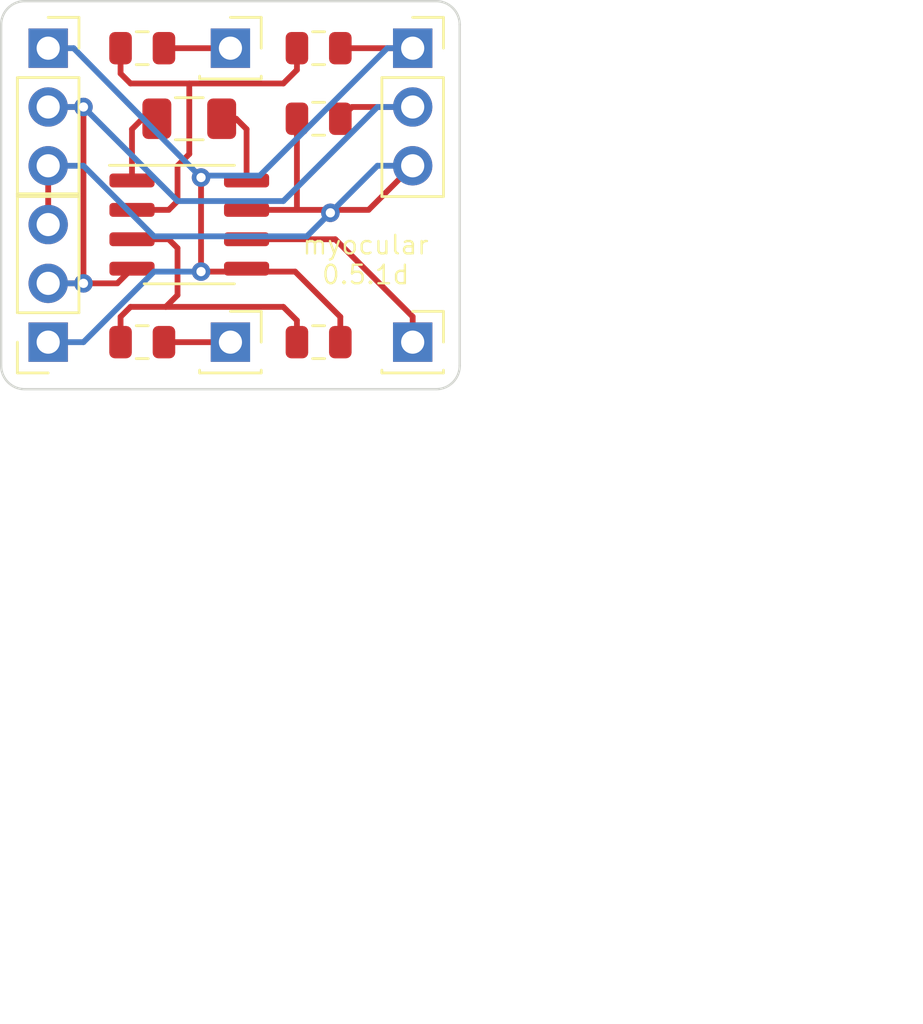
<source format=kicad_pcb>
(kicad_pcb (version 20171130) (host pcbnew 5.1.5+dfsg1-2build2)

  (general
    (thickness 1.6)
    (drawings 9)
    (tracks 79)
    (zones 0)
    (modules 14)
    (nets 1)
  )

  (page A4)
  (layers
    (0 F.Cu signal)
    (31 B.Cu signal)
    (33 F.Adhes user)
    (35 F.Paste user)
    (37 F.SilkS user)
    (38 B.Mask user)
    (39 F.Mask user)
    (40 Dwgs.User user)
    (41 Cmts.User user)
    (42 Eco1.User user)
    (43 Eco2.User user)
    (44 Edge.Cuts user)
    (45 Margin user)
    (46 B.CrtYd user)
    (47 F.CrtYd user)
    (49 F.Fab user)
  )

  (setup
    (last_trace_width 0.25)
    (trace_clearance 0.2)
    (zone_clearance 0.508)
    (zone_45_only no)
    (trace_min 0.2)
    (via_size 0.8)
    (via_drill 0.4)
    (via_min_size 0.4)
    (via_min_drill 0.3)
    (uvia_size 0.3)
    (uvia_drill 0.1)
    (uvias_allowed no)
    (uvia_min_size 0.2)
    (uvia_min_drill 0.1)
    (edge_width 0.1)
    (segment_width 0.2)
    (pcb_text_width 0.3)
    (pcb_text_size 1.5 1.5)
    (mod_edge_width 0.15)
    (mod_text_size 1 1)
    (mod_text_width 0.15)
    (pad_size 1.524 1.524)
    (pad_drill 0.762)
    (pad_to_mask_clearance 0)
    (aux_axis_origin 0 0)
    (visible_elements FFFFEF7F)
    (pcbplotparams
      (layerselection 0x010e8_ffffffff)
      (usegerberextensions true)
      (usegerberattributes true)
      (usegerberadvancedattributes false)
      (creategerberjobfile false)
      (excludeedgelayer true)
      (linewidth 0.100000)
      (plotframeref false)
      (viasonmask false)
      (mode 1)
      (useauxorigin false)
      (hpglpennumber 1)
      (hpglpenspeed 20)
      (hpglpendiameter 15.000000)
      (psnegative false)
      (psa4output false)
      (plotreference true)
      (plotvalue true)
      (plotinvisibletext false)
      (padsonsilk false)
      (subtractmaskfromsilk true)
      (outputformat 1)
      (mirror false)
      (drillshape 0)
      (scaleselection 1)
      (outputdirectory "jlc2"))
  )

  (net 0 "")

  (net_class Default "This is the default net class."
    (clearance 0.2)
    (trace_width 0.25)
    (via_dia 0.8)
    (via_drill 0.4)
    (uvia_dia 0.3)
    (uvia_drill 0.1)
  )

  (module Connector_PinSocket_2.54mm:PinSocket_1x03_P2.54mm_Vertical (layer F.Cu) (tedit 5A19A429) (tstamp 608D2A30)
    (at 20.828 33.02 180)
    (descr "Through hole straight socket strip, 1x03, 2.54mm pitch, single row (from Kicad 4.0.7), script generated")
    (tags "Through hole socket strip THT 1x03 2.54mm single row")
    (fp_text reference REF** (at 0 -2.77) (layer F.SilkS) hide
      (effects (font (size 1 1) (thickness 0.15)))
    )
    (fp_text value PinSocket_1x03_P2.54mm_Vertical (at 0 7.85) (layer F.Fab) hide
      (effects (font (size 1 1) (thickness 0.15)))
    )
    (fp_line (start -1.27 -1.27) (end 0.635 -1.27) (layer F.Fab) (width 0.1))
    (fp_line (start 0.635 -1.27) (end 1.27 -0.635) (layer F.Fab) (width 0.1))
    (fp_line (start 1.27 -0.635) (end 1.27 6.35) (layer F.Fab) (width 0.1))
    (fp_line (start 1.27 6.35) (end -1.27 6.35) (layer F.Fab) (width 0.1))
    (fp_line (start -1.27 6.35) (end -1.27 -1.27) (layer F.Fab) (width 0.1))
    (fp_line (start -1.33 1.27) (end 1.33 1.27) (layer F.SilkS) (width 0.12))
    (fp_line (start -1.33 1.27) (end -1.33 6.41) (layer F.SilkS) (width 0.12))
    (fp_line (start -1.33 6.41) (end 1.33 6.41) (layer F.SilkS) (width 0.12))
    (fp_line (start 1.33 1.27) (end 1.33 6.41) (layer F.SilkS) (width 0.12))
    (fp_line (start 1.33 -1.33) (end 1.33 0) (layer F.SilkS) (width 0.12))
    (fp_line (start 0 -1.33) (end 1.33 -1.33) (layer F.SilkS) (width 0.12))
    (fp_line (start -1.8 -1.8) (end 1.75 -1.8) (layer F.CrtYd) (width 0.05))
    (fp_line (start 1.75 -1.8) (end 1.75 6.85) (layer F.CrtYd) (width 0.05))
    (fp_line (start 1.75 6.85) (end -1.8 6.85) (layer F.CrtYd) (width 0.05))
    (fp_line (start -1.8 6.85) (end -1.8 -1.8) (layer F.CrtYd) (width 0.05))
    (fp_text user %R (at 0 2.54 90) (layer F.Fab) hide
      (effects (font (size 1 1) (thickness 0.15)))
    )
    (pad 1 thru_hole rect (at 0 0 180) (size 1.7 1.7) (drill 1) (layers *.Cu *.Mask))
    (pad 2 thru_hole oval (at 0 2.54 180) (size 1.7 1.7) (drill 1) (layers *.Cu *.Mask))
    (pad 3 thru_hole oval (at 0 5.08 180) (size 1.7 1.7) (drill 1) (layers *.Cu *.Mask))
    (model ${KISYS3DMOD}/Connector_PinSocket_2.54mm.3dshapes/PinSocket_1x03_P2.54mm_Vertical.wrl
      (at (xyz 0 0 0))
      (scale (xyz 1 1 1))
      (rotate (xyz 0 0 0))
    )
  )

  (module Connector_PinSocket_2.54mm:PinSocket_1x03_P2.54mm_Vertical (layer F.Cu) (tedit 5A19A429) (tstamp 608D2A30)
    (at 20.828 20.32)
    (descr "Through hole straight socket strip, 1x03, 2.54mm pitch, single row (from Kicad 4.0.7), script generated")
    (tags "Through hole socket strip THT 1x03 2.54mm single row")
    (fp_text reference REF** (at 0 -2.77) (layer F.SilkS) hide
      (effects (font (size 1 1) (thickness 0.15)))
    )
    (fp_text value PinSocket_1x03_P2.54mm_Vertical (at 0 7.85) (layer F.Fab) hide
      (effects (font (size 1 1) (thickness 0.15)))
    )
    (fp_line (start -1.27 -1.27) (end 0.635 -1.27) (layer F.Fab) (width 0.1))
    (fp_line (start 0.635 -1.27) (end 1.27 -0.635) (layer F.Fab) (width 0.1))
    (fp_line (start 1.27 -0.635) (end 1.27 6.35) (layer F.Fab) (width 0.1))
    (fp_line (start 1.27 6.35) (end -1.27 6.35) (layer F.Fab) (width 0.1))
    (fp_line (start -1.27 6.35) (end -1.27 -1.27) (layer F.Fab) (width 0.1))
    (fp_line (start -1.33 1.27) (end 1.33 1.27) (layer F.SilkS) (width 0.12))
    (fp_line (start -1.33 1.27) (end -1.33 6.41) (layer F.SilkS) (width 0.12))
    (fp_line (start -1.33 6.41) (end 1.33 6.41) (layer F.SilkS) (width 0.12))
    (fp_line (start 1.33 1.27) (end 1.33 6.41) (layer F.SilkS) (width 0.12))
    (fp_line (start 1.33 -1.33) (end 1.33 0) (layer F.SilkS) (width 0.12))
    (fp_line (start 0 -1.33) (end 1.33 -1.33) (layer F.SilkS) (width 0.12))
    (fp_line (start -1.8 -1.8) (end 1.75 -1.8) (layer F.CrtYd) (width 0.05))
    (fp_line (start 1.75 -1.8) (end 1.75 6.85) (layer F.CrtYd) (width 0.05))
    (fp_line (start 1.75 6.85) (end -1.8 6.85) (layer F.CrtYd) (width 0.05))
    (fp_line (start -1.8 6.85) (end -1.8 -1.8) (layer F.CrtYd) (width 0.05))
    (fp_text user %R (at 0 2.54 90) (layer F.Fab) hide
      (effects (font (size 1 1) (thickness 0.15)))
    )
    (pad 1 thru_hole rect (at 0 0) (size 1.7 1.7) (drill 1) (layers *.Cu *.Mask))
    (pad 2 thru_hole oval (at 0 2.54) (size 1.7 1.7) (drill 1) (layers *.Cu *.Mask))
    (pad 3 thru_hole oval (at 0 5.08) (size 1.7 1.7) (drill 1) (layers *.Cu *.Mask))
    (model ${KISYS3DMOD}/Connector_PinSocket_2.54mm.3dshapes/PinSocket_1x03_P2.54mm_Vertical.wrl
      (at (xyz 0 0 0))
      (scale (xyz 1 1 1))
      (rotate (xyz 0 0 0))
    )
  )

  (module Connector_PinSocket_2.54mm:PinSocket_1x01_P2.54mm_Vertical (layer F.Cu) (tedit 5A19A434) (tstamp 608D1849)
    (at 28.702 33.02)
    (descr "Through hole straight socket strip, 1x01, 2.54mm pitch, single row (from Kicad 4.0.7), script generated")
    (tags "Through hole socket strip THT 1x01 2.54mm single row")
    (fp_text reference REF** (at 0 -2.77) (layer F.SilkS) hide
      (effects (font (size 1 1) (thickness 0.15)))
    )
    (fp_text value PinSocket_1x01_P2.54mm_Vertical (at 0 2.77) (layer F.Fab) hide
      (effects (font (size 1 1) (thickness 0.15)))
    )
    (fp_text user %R (at 0 0) (layer F.Fab) hide
      (effects (font (size 1 1) (thickness 0.15)))
    )
    (fp_line (start -1.8 1.75) (end -1.8 -1.8) (layer F.CrtYd) (width 0.05))
    (fp_line (start 1.75 1.75) (end -1.8 1.75) (layer F.CrtYd) (width 0.05))
    (fp_line (start 1.75 -1.8) (end 1.75 1.75) (layer F.CrtYd) (width 0.05))
    (fp_line (start -1.8 -1.8) (end 1.75 -1.8) (layer F.CrtYd) (width 0.05))
    (fp_line (start 0 -1.33) (end 1.33 -1.33) (layer F.SilkS) (width 0.12))
    (fp_line (start 1.33 -1.33) (end 1.33 0) (layer F.SilkS) (width 0.12))
    (fp_line (start 1.33 1.21) (end 1.33 1.33) (layer F.SilkS) (width 0.12))
    (fp_line (start -1.33 1.21) (end -1.33 1.33) (layer F.SilkS) (width 0.12))
    (fp_line (start -1.33 1.33) (end 1.33 1.33) (layer F.SilkS) (width 0.12))
    (fp_line (start -1.27 1.27) (end -1.27 -1.27) (layer F.Fab) (width 0.1))
    (fp_line (start 1.27 1.27) (end -1.27 1.27) (layer F.Fab) (width 0.1))
    (fp_line (start 1.27 -0.635) (end 1.27 1.27) (layer F.Fab) (width 0.1))
    (fp_line (start 0.635 -1.27) (end 1.27 -0.635) (layer F.Fab) (width 0.1))
    (fp_line (start -1.27 -1.27) (end 0.635 -1.27) (layer F.Fab) (width 0.1))
    (pad 1 thru_hole rect (at 0 0) (size 1.7 1.7) (drill 1) (layers *.Cu *.Mask))
    (model ${KISYS3DMOD}/Connector_PinSocket_2.54mm.3dshapes/PinSocket_1x01_P2.54mm_Vertical.wrl
      (at (xyz 0 0 0))
      (scale (xyz 1 1 1))
      (rotate (xyz 0 0 0))
    )
  )

  (module Package_SO:SOIC-8_3.9x4.9mm_P1.27mm (layer F.Cu) (tedit 5D9F72B1) (tstamp 608D181A)
    (at 26.924 27.94)
    (descr "SOIC, 8 Pin (JEDEC MS-012AA, https://www.analog.com/media/en/package-pcb-resources/package/pkg_pdf/soic_narrow-r/r_8.pdf), generated with kicad-footprint-generator ipc_gullwing_generator.py")
    (tags "SOIC SO")
    (attr smd)
    (fp_text reference REF** (at 0 -3.4) (layer F.SilkS) hide
      (effects (font (size 1 1) (thickness 0.15)))
    )
    (fp_text value SOIC-8_3.9x4.9mm_P1.27mm (at 0 3.4) (layer F.Fab) hide
      (effects (font (size 1 1) (thickness 0.15)))
    )
    (fp_line (start 0 2.56) (end 1.95 2.56) (layer F.SilkS) (width 0.12))
    (fp_line (start 0 2.56) (end -1.95 2.56) (layer F.SilkS) (width 0.12))
    (fp_line (start 0 -2.56) (end 1.95 -2.56) (layer F.SilkS) (width 0.12))
    (fp_line (start 0 -2.56) (end -3.45 -2.56) (layer F.SilkS) (width 0.12))
    (fp_line (start -0.975 -2.45) (end 1.95 -2.45) (layer F.Fab) (width 0.1))
    (fp_line (start 1.95 -2.45) (end 1.95 2.45) (layer F.Fab) (width 0.1))
    (fp_line (start 1.95 2.45) (end -1.95 2.45) (layer F.Fab) (width 0.1))
    (fp_line (start -1.95 2.45) (end -1.95 -1.475) (layer F.Fab) (width 0.1))
    (fp_line (start -1.95 -1.475) (end -0.975 -2.45) (layer F.Fab) (width 0.1))
    (fp_line (start -3.7 -2.7) (end -3.7 2.7) (layer F.CrtYd) (width 0.05))
    (fp_line (start -3.7 2.7) (end 3.7 2.7) (layer F.CrtYd) (width 0.05))
    (fp_line (start 3.7 2.7) (end 3.7 -2.7) (layer F.CrtYd) (width 0.05))
    (fp_line (start 3.7 -2.7) (end -3.7 -2.7) (layer F.CrtYd) (width 0.05))
    (fp_text user INA (at 0 0) (layer F.Fab)
      (effects (font (size 0.98 0.98) (thickness 0.15)))
    )
    (pad 1 smd roundrect (at -2.475 -1.905) (size 1.95 0.6) (layers F.Cu F.Paste F.Mask) (roundrect_rratio 0.25))
    (pad 2 smd roundrect (at -2.475 -0.635) (size 1.95 0.6) (layers F.Cu F.Paste F.Mask) (roundrect_rratio 0.25))
    (pad 3 smd roundrect (at -2.475 0.635) (size 1.95 0.6) (layers F.Cu F.Paste F.Mask) (roundrect_rratio 0.25))
    (pad 4 smd roundrect (at -2.475 1.905) (size 1.95 0.6) (layers F.Cu F.Paste F.Mask) (roundrect_rratio 0.25))
    (pad 5 smd roundrect (at 2.475 1.905) (size 1.95 0.6) (layers F.Cu F.Paste F.Mask) (roundrect_rratio 0.25))
    (pad 6 smd roundrect (at 2.475 0.635) (size 1.95 0.6) (layers F.Cu F.Paste F.Mask) (roundrect_rratio 0.25))
    (pad 7 smd roundrect (at 2.475 -0.635) (size 1.95 0.6) (layers F.Cu F.Paste F.Mask) (roundrect_rratio 0.25))
    (pad 8 smd roundrect (at 2.475 -1.905) (size 1.95 0.6) (layers F.Cu F.Paste F.Mask) (roundrect_rratio 0.25))
    (model ${KISYS3DMOD}/Package_SO.3dshapes/SOIC-8_3.9x4.9mm_P1.27mm.wrl
      (at (xyz 0 0 0))
      (scale (xyz 1 1 1))
      (rotate (xyz 0 0 0))
    )
  )

  (module Connector_PinSocket_2.54mm:PinSocket_1x01_P2.54mm_Vertical (layer F.Cu) (tedit 5A19A434) (tstamp 608D1836)
    (at 28.702 20.32)
    (descr "Through hole straight socket strip, 1x01, 2.54mm pitch, single row (from Kicad 4.0.7), script generated")
    (tags "Through hole socket strip THT 1x01 2.54mm single row")
    (fp_text reference REF** (at 0 -2.77) (layer F.SilkS) hide
      (effects (font (size 1 1) (thickness 0.15)))
    )
    (fp_text value PinSocket_1x01_P2.54mm_Vertical (at 0 2.77) (layer F.Fab) hide
      (effects (font (size 1 1) (thickness 0.15)))
    )
    (fp_line (start -1.27 -1.27) (end 0.635 -1.27) (layer F.Fab) (width 0.1))
    (fp_line (start 0.635 -1.27) (end 1.27 -0.635) (layer F.Fab) (width 0.1))
    (fp_line (start 1.27 -0.635) (end 1.27 1.27) (layer F.Fab) (width 0.1))
    (fp_line (start 1.27 1.27) (end -1.27 1.27) (layer F.Fab) (width 0.1))
    (fp_line (start -1.27 1.27) (end -1.27 -1.27) (layer F.Fab) (width 0.1))
    (fp_line (start -1.33 1.33) (end 1.33 1.33) (layer F.SilkS) (width 0.12))
    (fp_line (start -1.33 1.21) (end -1.33 1.33) (layer F.SilkS) (width 0.12))
    (fp_line (start 1.33 1.21) (end 1.33 1.33) (layer F.SilkS) (width 0.12))
    (fp_line (start 1.33 -1.33) (end 1.33 0) (layer F.SilkS) (width 0.12))
    (fp_line (start 0 -1.33) (end 1.33 -1.33) (layer F.SilkS) (width 0.12))
    (fp_line (start -1.8 -1.8) (end 1.75 -1.8) (layer F.CrtYd) (width 0.05))
    (fp_line (start 1.75 -1.8) (end 1.75 1.75) (layer F.CrtYd) (width 0.05))
    (fp_line (start 1.75 1.75) (end -1.8 1.75) (layer F.CrtYd) (width 0.05))
    (fp_line (start -1.8 1.75) (end -1.8 -1.8) (layer F.CrtYd) (width 0.05))
    (fp_text user %R (at 0 0) (layer F.Fab) hide
      (effects (font (size 1 1) (thickness 0.15)))
    )
    (pad 1 thru_hole rect (at 0 0) (size 1.7 1.7) (drill 1) (layers *.Cu *.Mask))
    (model ${KISYS3DMOD}/Connector_PinSocket_2.54mm.3dshapes/PinSocket_1x01_P2.54mm_Vertical.wrl
      (at (xyz 0 0 0))
      (scale (xyz 1 1 1))
      (rotate (xyz 0 0 0))
    )
  )

  (module Connector_PinSocket_2.54mm:PinSocket_1x03_P2.54mm_Vertical (layer F.Cu) (tedit 5A19A429) (tstamp 608D4F46)
    (at 36.576 20.32)
    (descr "Through hole straight socket strip, 1x03, 2.54mm pitch, single row (from Kicad 4.0.7), script generated")
    (tags "Through hole socket strip THT 1x03 2.54mm single row")
    (fp_text reference REF** (at 0 -2.77) (layer F.SilkS) hide
      (effects (font (size 1 1) (thickness 0.15)))
    )
    (fp_text value PinSocket_1x03_P2.54mm_Vertical (at 0 7.85) (layer F.Fab) hide
      (effects (font (size 1 1) (thickness 0.15)))
    )
    (fp_text user %R (at 0 2.54 90) (layer F.Fab) hide
      (effects (font (size 1 1) (thickness 0.15)))
    )
    (fp_line (start -1.8 6.85) (end -1.8 -1.8) (layer F.CrtYd) (width 0.05))
    (fp_line (start 1.75 6.85) (end -1.8 6.85) (layer F.CrtYd) (width 0.05))
    (fp_line (start 1.75 -1.8) (end 1.75 6.85) (layer F.CrtYd) (width 0.05))
    (fp_line (start -1.8 -1.8) (end 1.75 -1.8) (layer F.CrtYd) (width 0.05))
    (fp_line (start 0 -1.33) (end 1.33 -1.33) (layer F.SilkS) (width 0.12))
    (fp_line (start 1.33 -1.33) (end 1.33 0) (layer F.SilkS) (width 0.12))
    (fp_line (start 1.33 1.27) (end 1.33 6.41) (layer F.SilkS) (width 0.12))
    (fp_line (start -1.33 6.41) (end 1.33 6.41) (layer F.SilkS) (width 0.12))
    (fp_line (start -1.33 1.27) (end -1.33 6.41) (layer F.SilkS) (width 0.12))
    (fp_line (start -1.33 1.27) (end 1.33 1.27) (layer F.SilkS) (width 0.12))
    (fp_line (start -1.27 6.35) (end -1.27 -1.27) (layer F.Fab) (width 0.1))
    (fp_line (start 1.27 6.35) (end -1.27 6.35) (layer F.Fab) (width 0.1))
    (fp_line (start 1.27 -0.635) (end 1.27 6.35) (layer F.Fab) (width 0.1))
    (fp_line (start 0.635 -1.27) (end 1.27 -0.635) (layer F.Fab) (width 0.1))
    (fp_line (start -1.27 -1.27) (end 0.635 -1.27) (layer F.Fab) (width 0.1))
    (pad 3 thru_hole oval (at 0 5.08) (size 1.7 1.7) (drill 1) (layers *.Cu *.Mask))
    (pad 2 thru_hole oval (at 0 2.54) (size 1.7 1.7) (drill 1) (layers *.Cu *.Mask))
    (pad 1 thru_hole rect (at 0 0) (size 1.7 1.7) (drill 1) (layers *.Cu *.Mask))
    (model ${KISYS3DMOD}/Connector_PinSocket_2.54mm.3dshapes/PinSocket_1x03_P2.54mm_Vertical.wrl
      (at (xyz 0 0 0))
      (scale (xyz 1 1 1))
      (rotate (xyz 0 0 0))
    )
  )

  (module Connector_PinSocket_2.54mm:PinSocket_1x01_P2.54mm_Vertical (layer F.Cu) (tedit 5A19A434) (tstamp 608D41A2)
    (at 36.576 33.02)
    (descr "Through hole straight socket strip, 1x01, 2.54mm pitch, single row (from Kicad 4.0.7), script generated")
    (tags "Through hole socket strip THT 1x01 2.54mm single row")
    (fp_text reference REF** (at 0 -2.77) (layer F.SilkS) hide
      (effects (font (size 1 1) (thickness 0.15)))
    )
    (fp_text value PinSocket_1x01_P2.54mm_Vertical (at 0 2.77) (layer F.Fab) hide
      (effects (font (size 1 1) (thickness 0.15)))
    )
    (fp_line (start -1.27 -1.27) (end 0.635 -1.27) (layer F.Fab) (width 0.1))
    (fp_line (start 0.635 -1.27) (end 1.27 -0.635) (layer F.Fab) (width 0.1))
    (fp_line (start 1.27 -0.635) (end 1.27 1.27) (layer F.Fab) (width 0.1))
    (fp_line (start 1.27 1.27) (end -1.27 1.27) (layer F.Fab) (width 0.1))
    (fp_line (start -1.27 1.27) (end -1.27 -1.27) (layer F.Fab) (width 0.1))
    (fp_line (start -1.33 1.33) (end 1.33 1.33) (layer F.SilkS) (width 0.12))
    (fp_line (start -1.33 1.21) (end -1.33 1.33) (layer F.SilkS) (width 0.12))
    (fp_line (start 1.33 1.21) (end 1.33 1.33) (layer F.SilkS) (width 0.12))
    (fp_line (start 1.33 -1.33) (end 1.33 0) (layer F.SilkS) (width 0.12))
    (fp_line (start 0 -1.33) (end 1.33 -1.33) (layer F.SilkS) (width 0.12))
    (fp_line (start -1.8 -1.8) (end 1.75 -1.8) (layer F.CrtYd) (width 0.05))
    (fp_line (start 1.75 -1.8) (end 1.75 1.75) (layer F.CrtYd) (width 0.05))
    (fp_line (start 1.75 1.75) (end -1.8 1.75) (layer F.CrtYd) (width 0.05))
    (fp_line (start -1.8 1.75) (end -1.8 -1.8) (layer F.CrtYd) (width 0.05))
    (fp_text user O (at 0 0) (layer F.Fab) hide
      (effects (font (size 1 1) (thickness 0.15)))
    )
    (pad 1 thru_hole rect (at 0 0) (size 1.7 1.7) (drill 1) (layers *.Cu *.Mask))
    (model ${KISYS3DMOD}/Connector_PinSocket_2.54mm.3dshapes/PinSocket_1x01_P2.54mm_Vertical.wrl
      (at (xyz 0 0 0))
      (scale (xyz 1 1 1))
      (rotate (xyz 0 0 0))
    )
  )

  (module Resistor_SMD:R_0805_2012Metric (layer F.Cu) (tedit 5B36C52B) (tstamp 608D18EA)
    (at 32.512 33.02)
    (descr "Resistor SMD 0805 (2012 Metric), square (rectangular) end terminal, IPC_7351 nominal, (Body size source: https://docs.google.com/spreadsheets/d/1BsfQQcO9C6DZCsRaXUlFlo91Tg2WpOkGARC1WS5S8t0/edit?usp=sharing), generated with kicad-footprint-generator")
    (tags resistor)
    (attr smd)
    (fp_text reference R1 (at 0 -1.65) (layer F.SilkS) hide
      (effects (font (size 1 1) (thickness 0.15)))
    )
    (fp_text value R_0805_2012Metric (at 0 1.65) (layer F.Fab) hide
      (effects (font (size 1 1) (thickness 0.15)))
    )
    (fp_line (start -1 0.6) (end -1 -0.6) (layer F.Fab) (width 0.1))
    (fp_line (start -1 -0.6) (end 1 -0.6) (layer F.Fab) (width 0.1))
    (fp_line (start 1 -0.6) (end 1 0.6) (layer F.Fab) (width 0.1))
    (fp_line (start 1 0.6) (end -1 0.6) (layer F.Fab) (width 0.1))
    (fp_line (start -0.258578 -0.71) (end 0.258578 -0.71) (layer F.SilkS) (width 0.12))
    (fp_line (start -0.258578 0.71) (end 0.258578 0.71) (layer F.SilkS) (width 0.12))
    (fp_line (start -1.68 0.95) (end -1.68 -0.95) (layer F.CrtYd) (width 0.05))
    (fp_line (start -1.68 -0.95) (end 1.68 -0.95) (layer F.CrtYd) (width 0.05))
    (fp_line (start 1.68 -0.95) (end 1.68 0.95) (layer F.CrtYd) (width 0.05))
    (fp_line (start 1.68 0.95) (end -1.68 0.95) (layer F.CrtYd) (width 0.05))
    (fp_text user R2 (at 0 0) (layer F.Fab)
      (effects (font (size 0.5 0.5) (thickness 0.08)))
    )
    (pad 1 smd roundrect (at -0.9375 0) (size 0.975 1.4) (layers F.Cu F.Paste F.Mask) (roundrect_rratio 0.25))
    (pad 2 smd roundrect (at 0.9375 0) (size 0.975 1.4) (layers F.Cu F.Paste F.Mask) (roundrect_rratio 0.25))
    (model ${KISYS3DMOD}/Resistor_SMD.3dshapes/R_0805_2012Metric.wrl
      (at (xyz 0 0 0))
      (scale (xyz 1 1 1))
      (rotate (xyz 0 0 0))
    )
  )

  (module Resistor_SMD:R_0805_2012Metric (layer F.Cu) (tedit 5B36C52B) (tstamp 608D1862)
    (at 32.512 20.32)
    (descr "Resistor SMD 0805 (2012 Metric), square (rectangular) end terminal, IPC_7351 nominal, (Body size source: https://docs.google.com/spreadsheets/d/1BsfQQcO9C6DZCsRaXUlFlo91Tg2WpOkGARC1WS5S8t0/edit?usp=sharing), generated with kicad-footprint-generator")
    (tags resistor)
    (attr smd)
    (fp_text reference REF** (at 0 -1.65) (layer F.SilkS) hide
      (effects (font (size 1 1) (thickness 0.15)))
    )
    (fp_text value R_0805_2012Metric (at 0 1.65) (layer F.Fab) hide
      (effects (font (size 1 1) (thickness 0.15)))
    )
    (fp_line (start -1 0.6) (end -1 -0.6) (layer F.Fab) (width 0.1))
    (fp_line (start -1 -0.6) (end 1 -0.6) (layer F.Fab) (width 0.1))
    (fp_line (start 1 -0.6) (end 1 0.6) (layer F.Fab) (width 0.1))
    (fp_line (start 1 0.6) (end -1 0.6) (layer F.Fab) (width 0.1))
    (fp_line (start -0.258578 -0.71) (end 0.258578 -0.71) (layer F.SilkS) (width 0.12))
    (fp_line (start -0.258578 0.71) (end 0.258578 0.71) (layer F.SilkS) (width 0.12))
    (fp_line (start -1.68 0.95) (end -1.68 -0.95) (layer F.CrtYd) (width 0.05))
    (fp_line (start -1.68 -0.95) (end 1.68 -0.95) (layer F.CrtYd) (width 0.05))
    (fp_line (start 1.68 -0.95) (end 1.68 0.95) (layer F.CrtYd) (width 0.05))
    (fp_line (start 1.68 0.95) (end -1.68 0.95) (layer F.CrtYd) (width 0.05))
    (fp_text user R1 (at 0 0) (layer F.Fab)
      (effects (font (size 0.5 0.5) (thickness 0.08)))
    )
    (pad 1 smd roundrect (at -0.9375 0) (size 0.975 1.4) (layers F.Cu F.Paste F.Mask) (roundrect_rratio 0.25))
    (pad 2 smd roundrect (at 0.9375 0) (size 0.975 1.4) (layers F.Cu F.Paste F.Mask) (roundrect_rratio 0.25))
    (model ${KISYS3DMOD}/Resistor_SMD.3dshapes/R_0805_2012Metric.wrl
      (at (xyz 0 0 0))
      (scale (xyz 1 1 1))
      (rotate (xyz 0 0 0))
    )
  )

  (module Resistor_SMD:R_1206_3216Metric (layer F.Cu) (tedit 5B301BBD) (tstamp 608D1927)
    (at 26.924 23.368)
    (descr "Resistor SMD 1206 (3216 Metric), square (rectangular) end terminal, IPC_7351 nominal, (Body size source: http://www.tortai-tech.com/upload/download/2011102023233369053.pdf), generated with kicad-footprint-generator")
    (tags resistor)
    (attr smd)
    (fp_text reference REF** (at 0 -1.82) (layer F.SilkS) hide
      (effects (font (size 1 1) (thickness 0.15)))
    )
    (fp_text value R_1206_3216Metric (at 0 1.82) (layer F.Fab) hide
      (effects (font (size 1 1) (thickness 0.15)))
    )
    (fp_line (start -1.6 0.8) (end -1.6 -0.8) (layer F.Fab) (width 0.1))
    (fp_line (start -1.6 -0.8) (end 1.6 -0.8) (layer F.Fab) (width 0.1))
    (fp_line (start 1.6 -0.8) (end 1.6 0.8) (layer F.Fab) (width 0.1))
    (fp_line (start 1.6 0.8) (end -1.6 0.8) (layer F.Fab) (width 0.1))
    (fp_line (start -0.602064 -0.91) (end 0.602064 -0.91) (layer F.SilkS) (width 0.12))
    (fp_line (start -0.602064 0.91) (end 0.602064 0.91) (layer F.SilkS) (width 0.12))
    (fp_line (start -2.28 1.12) (end -2.28 -1.12) (layer F.CrtYd) (width 0.05))
    (fp_line (start -2.28 -1.12) (end 2.28 -1.12) (layer F.CrtYd) (width 0.05))
    (fp_line (start 2.28 -1.12) (end 2.28 1.12) (layer F.CrtYd) (width 0.05))
    (fp_line (start 2.28 1.12) (end -2.28 1.12) (layer F.CrtYd) (width 0.05))
    (fp_text user R3 (at 0 0) (layer F.Fab)
      (effects (font (size 0.8 0.8) (thickness 0.12)))
    )
    (pad 1 smd roundrect (at -1.4 0) (size 1.25 1.75) (layers F.Cu F.Paste F.Mask) (roundrect_rratio 0.2))
    (pad 2 smd roundrect (at 1.4 0) (size 1.25 1.75) (layers F.Cu F.Paste F.Mask) (roundrect_rratio 0.2))
    (model ${KISYS3DMOD}/Resistor_SMD.3dshapes/R_1206_3216Metric.wrl
      (at (xyz 0 0 0))
      (scale (xyz 1 1 1))
      (rotate (xyz 0 0 0))
    )
  )

  (module Capacitor_SMD:C_0805_2012Metric (layer F.Cu) (tedit 5B36C52B) (tstamp 608D18FA)
    (at 24.892 33.02)
    (descr "Capacitor SMD 0805 (2012 Metric), square (rectangular) end terminal, IPC_7351 nominal, (Body size source: https://docs.google.com/spreadsheets/d/1BsfQQcO9C6DZCsRaXUlFlo91Tg2WpOkGARC1WS5S8t0/edit?usp=sharing), generated with kicad-footprint-generator")
    (tags capacitor)
    (attr smd)
    (fp_text reference REF** (at 0 -1.65) (layer F.SilkS) hide
      (effects (font (size 1 1) (thickness 0.15)))
    )
    (fp_text value C_0805_2012Metric (at 0 1.65) (layer F.Fab) hide
      (effects (font (size 1 1) (thickness 0.15)))
    )
    (fp_line (start -1 0.6) (end -1 -0.6) (layer F.Fab) (width 0.1))
    (fp_line (start -1 -0.6) (end 1 -0.6) (layer F.Fab) (width 0.1))
    (fp_line (start 1 -0.6) (end 1 0.6) (layer F.Fab) (width 0.1))
    (fp_line (start 1 0.6) (end -1 0.6) (layer F.Fab) (width 0.1))
    (fp_line (start -0.258578 -0.71) (end 0.258578 -0.71) (layer F.SilkS) (width 0.12))
    (fp_line (start -0.258578 0.71) (end 0.258578 0.71) (layer F.SilkS) (width 0.12))
    (fp_line (start -1.68 0.95) (end -1.68 -0.95) (layer F.CrtYd) (width 0.05))
    (fp_line (start -1.68 -0.95) (end 1.68 -0.95) (layer F.CrtYd) (width 0.05))
    (fp_line (start 1.68 -0.95) (end 1.68 0.95) (layer F.CrtYd) (width 0.05))
    (fp_line (start 1.68 0.95) (end -1.68 0.95) (layer F.CrtYd) (width 0.05))
    (fp_text user C2 (at 0 0) (layer F.Fab)
      (effects (font (size 0.5 0.5) (thickness 0.08)))
    )
    (pad 1 smd roundrect (at -0.9375 0) (size 0.975 1.4) (layers F.Cu F.Paste F.Mask) (roundrect_rratio 0.25))
    (pad 2 smd roundrect (at 0.9375 0) (size 0.975 1.4) (layers F.Cu F.Paste F.Mask) (roundrect_rratio 0.25))
    (model ${KISYS3DMOD}/Capacitor_SMD.3dshapes/C_0805_2012Metric.wrl
      (at (xyz 0 0 0))
      (scale (xyz 1 1 1))
      (rotate (xyz 0 0 0))
    )
  )

  (module Capacitor_SMD:C_0805_2012Metric (layer F.Cu) (tedit 5B36C52B) (tstamp 608D18A3)
    (at 32.512 23.368)
    (descr "Capacitor SMD 0805 (2012 Metric), square (rectangular) end terminal, IPC_7351 nominal, (Body size source: https://docs.google.com/spreadsheets/d/1BsfQQcO9C6DZCsRaXUlFlo91Tg2WpOkGARC1WS5S8t0/edit?usp=sharing), generated with kicad-footprint-generator")
    (tags capacitor)
    (attr smd)
    (fp_text reference REF** (at 0 -1.65) (layer F.SilkS) hide
      (effects (font (size 1 1) (thickness 0.15)))
    )
    (fp_text value C_0805_2012Metric (at 0 1.65) (layer F.Fab) hide
      (effects (font (size 1 1) (thickness 0.15)))
    )
    (fp_line (start -1 0.6) (end -1 -0.6) (layer F.Fab) (width 0.1))
    (fp_line (start -1 -0.6) (end 1 -0.6) (layer F.Fab) (width 0.1))
    (fp_line (start 1 -0.6) (end 1 0.6) (layer F.Fab) (width 0.1))
    (fp_line (start 1 0.6) (end -1 0.6) (layer F.Fab) (width 0.1))
    (fp_line (start -0.258578 -0.71) (end 0.258578 -0.71) (layer F.SilkS) (width 0.12))
    (fp_line (start -0.258578 0.71) (end 0.258578 0.71) (layer F.SilkS) (width 0.12))
    (fp_line (start -1.68 0.95) (end -1.68 -0.95) (layer F.CrtYd) (width 0.05))
    (fp_line (start -1.68 -0.95) (end 1.68 -0.95) (layer F.CrtYd) (width 0.05))
    (fp_line (start 1.68 -0.95) (end 1.68 0.95) (layer F.CrtYd) (width 0.05))
    (fp_line (start 1.68 0.95) (end -1.68 0.95) (layer F.CrtYd) (width 0.05))
    (fp_text user C3 (at 0 0) (layer F.Fab)
      (effects (font (size 0.5 0.5) (thickness 0.08)))
    )
    (pad 1 smd roundrect (at -0.9375 0) (size 0.975 1.4) (layers F.Cu F.Paste F.Mask) (roundrect_rratio 0.25))
    (pad 2 smd roundrect (at 0.9375 0) (size 0.975 1.4) (layers F.Cu F.Paste F.Mask) (roundrect_rratio 0.25))
    (model ${KISYS3DMOD}/Capacitor_SMD.3dshapes/C_0805_2012Metric.wrl
      (at (xyz 0 0 0))
      (scale (xyz 1 1 1))
      (rotate (xyz 0 0 0))
    )
  )

  (module Capacitor_SMD:C_0805_2012Metric (layer F.Cu) (tedit 5B36C52B) (tstamp 608D18D2)
    (at 24.892 20.32)
    (descr "Capacitor SMD 0805 (2012 Metric), square (rectangular) end terminal, IPC_7351 nominal, (Body size source: https://docs.google.com/spreadsheets/d/1BsfQQcO9C6DZCsRaXUlFlo91Tg2WpOkGARC1WS5S8t0/edit?usp=sharing), generated with kicad-footprint-generator")
    (tags capacitor)
    (attr smd)
    (fp_text reference REF** (at 0 -1.65) (layer F.SilkS) hide
      (effects (font (size 1 1) (thickness 0.15)))
    )
    (fp_text value C_0805_2012Metric (at 0 1.65) (layer F.Fab) hide
      (effects (font (size 1 1) (thickness 0.15)))
    )
    (fp_text user C1 (at 0 0) (layer F.Fab)
      (effects (font (size 0.5 0.5) (thickness 0.08)))
    )
    (fp_line (start 1.68 0.95) (end -1.68 0.95) (layer F.CrtYd) (width 0.05))
    (fp_line (start 1.68 -0.95) (end 1.68 0.95) (layer F.CrtYd) (width 0.05))
    (fp_line (start -1.68 -0.95) (end 1.68 -0.95) (layer F.CrtYd) (width 0.05))
    (fp_line (start -1.68 0.95) (end -1.68 -0.95) (layer F.CrtYd) (width 0.05))
    (fp_line (start -0.258578 0.71) (end 0.258578 0.71) (layer F.SilkS) (width 0.12))
    (fp_line (start -0.258578 -0.71) (end 0.258578 -0.71) (layer F.SilkS) (width 0.12))
    (fp_line (start 1 0.6) (end -1 0.6) (layer F.Fab) (width 0.1))
    (fp_line (start 1 -0.6) (end 1 0.6) (layer F.Fab) (width 0.1))
    (fp_line (start -1 -0.6) (end 1 -0.6) (layer F.Fab) (width 0.1))
    (fp_line (start -1 0.6) (end -1 -0.6) (layer F.Fab) (width 0.1))
    (pad 2 smd roundrect (at 0.9375 0) (size 0.975 1.4) (layers F.Cu F.Paste F.Mask) (roundrect_rratio 0.25))
    (pad 1 smd roundrect (at -0.9375 0) (size 0.975 1.4) (layers F.Cu F.Paste F.Mask) (roundrect_rratio 0.25))
    (model ${KISYS3DMOD}/Capacitor_SMD.3dshapes/C_0805_2012Metric.wrl
      (at (xyz 0 0 0))
      (scale (xyz 1 1 1))
      (rotate (xyz 0 0 0))
    )
  )

  (module "" (layer F.Cu) (tedit 0) (tstamp 0)
    (at 33.02 36.83)
    (fp_text reference "" (at 25.4 25.4) (layer F.SilkS)
      (effects (font (size 1.27 1.27) (thickness 0.15)))
    )
    (fp_text value "" (at 25.4 25.4) (layer F.SilkS)
      (effects (font (size 1.27 1.27) (thickness 0.15)))
    )
    (fp_text user %R (at 25.4 25.4) (layer F.Fab)
      (effects (font (size 0.4 0.4) (thickness 0.06)))
    )
  )

  (gr_arc (start 37.592 34.036) (end 37.592 35.052) (angle -90) (layer Edge.Cuts) (width 0.1))
  (gr_arc (start 19.812 34.036) (end 18.796 34.036) (angle -90) (layer Edge.Cuts) (width 0.1))
  (gr_arc (start 19.812 19.304) (end 19.812 18.288) (angle -90) (layer Edge.Cuts) (width 0.1))
  (gr_arc (start 37.592 19.304) (end 38.608 19.304) (angle -90) (layer Edge.Cuts) (width 0.1))
  (gr_text "myocular\n0.5.1d" (at 34.544 29.464) (layer F.SilkS)
    (effects (font (size 0.8 0.8) (thickness 0.1)))
  )
  (gr_line (start 38.608 19.304) (end 38.608 34.036) (layer Edge.Cuts) (width 0.1))
  (gr_line (start 19.812 18.288) (end 37.592 18.288) (layer Edge.Cuts) (width 0.1))
  (gr_line (start 18.796 34.036) (end 18.796 19.304) (layer Edge.Cuts) (width 0.1))
  (gr_line (start 37.592 35.052) (end 19.812 35.052) (layer Edge.Cuts) (width 0.1))

  (segment (start 25.908 20.32) (end 28.702 20.32) (width 0.25) (layer F.Cu) (net 0) (tstamp 608D18E8))
  (segment (start 25.8295 33.02) (end 28.702 33.02) (width 0.25) (layer F.Cu) (net 0))
  (segment (start 24.449 29.845) (end 23.814 30.48) (width 0.25) (layer F.Cu) (net 0))
  (segment (start 20.828 22.86) (end 22.352 22.86) (width 0.25) (layer F.Cu) (net 0))
  (segment (start 29.399 23.818) (end 28.949 23.368) (width 0.25) (layer F.Cu) (net 0))
  (segment (start 22.352 22.86) (end 22.352 30.48) (width 0.25) (layer F.Cu) (net 0))
  (segment (start 23.814 30.48) (end 20.828 30.48) (width 0.25) (layer F.Cu) (net 0))
  (segment (start 28.949 23.368) (end 28.324 23.368) (width 0.25) (layer F.Cu) (net 0))
  (segment (start 25.8295 20.32) (end 25.908 20.32) (width 0.25) (layer F.Cu) (net 0) (tstamp 608D18A1))
  (segment (start 23.9545 21.4145) (end 24.384 21.844) (width 0.25) (layer F.Cu) (net 0))
  (segment (start 24.899 23.368) (end 25.524 23.368) (width 0.25) (layer F.Cu) (net 0))
  (segment (start 23.9545 20.32) (end 23.9545 21.4145) (width 0.25) (layer F.Cu) (net 0))
  (segment (start 29.399 26.035) (end 29.399 23.818) (width 0.25) (layer F.Cu) (net 0))
  (segment (start 24.449 23.818) (end 24.899 23.368) (width 0.25) (layer F.Cu) (net 0))
  (segment (start 20.828 27.94) (end 20.828 25.4) (width 0.25) (layer F.Cu) (net 0))
  (segment (start 24.449 26.035) (end 24.449 23.818) (width 0.25) (layer F.Cu) (net 0))
  (segment (start 24.384 21.844) (end 26.924 21.844) (width 0.25) (layer F.Cu) (net 0))
  (segment (start 31.5745 21.2575) (end 31.5745 20.32) (width 0.25) (layer F.Cu) (net 0))
  (segment (start 30.988 21.844) (end 31.5745 21.2575) (width 0.25) (layer F.Cu) (net 0))
  (segment (start 26.924 21.844) (end 30.988 21.844) (width 0.25) (layer F.Cu) (net 0))
  (segment (start 33.4495 20.32) (end 36.576 20.32) (width 0.25) (layer F.Cu) (net 0))
  (segment (start 24.449 28.575) (end 26.035 28.575) (width 0.25) (layer F.Cu) (net 0))
  (segment (start 26.035 28.575) (end 26.416 28.956) (width 0.25) (layer F.Cu) (net 0))
  (segment (start 26.416 28.956) (end 26.416 30.988) (width 0.25) (layer F.Cu) (net 0))
  (segment (start 26.416 30.988) (end 25.908 31.496) (width 0.25) (layer F.Cu) (net 0))
  (segment (start 25.908 31.496) (end 24.384 31.496) (width 0.25) (layer F.Cu) (net 0))
  (segment (start 23.9545 31.9255) (end 24.384 31.496) (width 0.25) (layer F.Cu) (net 0))
  (segment (start 23.9545 33.02) (end 23.9545 31.9255) (width 0.25) (layer F.Cu) (net 0))
  (segment (start 24.449 27.305) (end 26.035 27.305) (width 0.25) (layer F.Cu) (net 0))
  (segment (start 26.035 27.305) (end 26.416 26.924) (width 0.25) (layer F.Cu) (net 0))
  (segment (start 26.416 26.924) (end 26.416 25.4) (width 0.25) (layer F.Cu) (net 0))
  (segment (start 26.416 25.4) (end 26.924 24.892) (width 0.25) (layer F.Cu) (net 0))
  (segment (start 26.924 24.892) (end 26.924 21.844) (width 0.25) (layer F.Cu) (net 0))
  (segment (start 27.432 29.972) (end 27.432 29.972) (width 0.25) (layer F.Cu) (net 0))
  (via (at 27.432 29.972) (size 0.8) (drill 0.4) (layers F.Cu B.Cu) (net 0))
  (segment (start 25.4 29.972) (end 27.432 29.972) (width 0.25) (layer B.Cu) (net 0))
  (segment (start 22.352 33.02) (end 25.4 29.972) (width 0.25) (layer B.Cu) (net 0))
  (segment (start 20.828 33.02) (end 22.352 33.02) (width 0.25) (layer B.Cu) (net 0))
  (segment (start 21.928 20.32) (end 27.432 25.908) (width 0.25) (layer B.Cu) (net 0))
  (segment (start 20.828 20.32) (end 21.928 20.32) (width 0.25) (layer B.Cu) (net 0))
  (segment (start 36.576 20.32) (end 35.476 20.32) (width 0.25) (layer B.Cu) (net 0))
  (segment (start 35.476 20.32) (end 29.972 25.824) (width 0.25) (layer B.Cu) (net 0))
  (segment (start 29.972 25.824) (end 27.432 25.824) (width 0.25) (layer B.Cu) (net 0))
  (segment (start 27.432 25.908) (end 27.432 25.824) (width 0.25) (layer B.Cu) (net 0) (tstamp 608C9AF1))
  (via (at 27.432 25.908) (size 0.8) (drill 0.4) (layers F.Cu B.Cu) (net 0))
  (segment (start 27.432 29.972) (end 27.432 25.908) (width 0.25) (layer F.Cu) (net 0))
  (segment (start 36.576 31.92) (end 36.576 33.02) (width 0.25) (layer F.Cu) (net 0))
  (segment (start 33.231 28.575) (end 36.576 31.92) (width 0.25) (layer F.Cu) (net 0))
  (segment (start 29.399 28.575) (end 33.231 28.575) (width 0.25) (layer F.Cu) (net 0))
  (segment (start 20.828 22.86) (end 22.352 22.86) (width 0.25) (layer B.Cu) (net 0))
  (segment (start 22.352 22.86) (end 26.416 26.924) (width 0.25) (layer B.Cu) (net 0))
  (segment (start 26.416 26.924) (end 30.988 26.924) (width 0.25) (layer B.Cu) (net 0))
  (segment (start 30.988 26.924) (end 35.052 22.86) (width 0.25) (layer B.Cu) (net 0))
  (segment (start 35.052 22.86) (end 36.576 22.86) (width 0.25) (layer B.Cu) (net 0))
  (segment (start 20.828 25.4) (end 22.352 25.4) (width 0.25) (layer B.Cu) (net 0))
  (segment (start 22.352 25.4) (end 25.4 28.448) (width 0.25) (layer B.Cu) (net 0))
  (segment (start 25.4 28.448) (end 32.004 28.448) (width 0.25) (layer B.Cu) (net 0))
  (segment (start 32.004 28.448) (end 33.02 27.432) (width 0.25) (layer B.Cu) (net 0))
  (segment (start 35.052 25.4) (end 36.576 25.4) (width 0.25) (layer B.Cu) (net 0))
  (segment (start 34.671 27.305) (end 36.576 25.4) (width 0.25) (layer F.Cu) (net 0))
  (segment (start 31.5745 27.2565) (end 31.5745 23.368) (width 0.25) (layer F.Cu) (net 0))
  (segment (start 31.623 27.305) (end 31.5745 27.2565) (width 0.25) (layer F.Cu) (net 0))
  (segment (start 29.399 27.305) (end 31.623 27.305) (width 0.25) (layer F.Cu) (net 0))
  (segment (start 31.623 27.305) (end 34.671 27.305) (width 0.25) (layer F.Cu) (net 0))
  (segment (start 33.9575 22.86) (end 33.4495 23.368) (width 0.25) (layer F.Cu) (net 0))
  (segment (start 36.576 22.86) (end 33.9575 22.86) (width 0.25) (layer F.Cu) (net 0))
  (segment (start 25.908 31.496) (end 30.988 31.496) (width 0.25) (layer F.Cu) (net 0))
  (segment (start 31.5745 32.0825) (end 31.5745 33.02) (width 0.25) (layer F.Cu) (net 0))
  (segment (start 30.988 31.496) (end 31.5745 32.0825) (width 0.25) (layer F.Cu) (net 0))
  (segment (start 33.4495 33.02) (end 33.4495 31.9255) (width 0.25) (layer F.Cu) (net 0))
  (segment (start 31.496 29.972) (end 27.432 29.972) (width 0.25) (layer F.Cu) (net 0))
  (segment (start 33.4495 31.9255) (end 31.496 29.972) (width 0.25) (layer F.Cu) (net 0))
  (segment (start 22.352 22.86) (end 22.352 22.86) (width 0.25) (layer B.Cu) (net 0) (tstamp 608D2435))
  (via (at 22.352 22.86) (size 0.8) (drill 0.4) (layers F.Cu B.Cu) (net 0))
  (segment (start 33.02 27.432) (end 35.052 25.4) (width 0.25) (layer B.Cu) (net 0) (tstamp 608D2437))
  (via (at 33.02 27.432) (size 0.8) (drill 0.4) (layers F.Cu B.Cu) (net 0))
  (segment (start 22.352 30.48) (end 22.352 30.48) (width 0.25) (layer F.Cu) (net 0) (tstamp 608D244A))
  (via (at 22.352 30.48) (size 0.8) (drill 0.4) (layers F.Cu B.Cu) (net 0))
  (segment (start 20.828 30.48) (end 22.352 30.48) (width 0.25) (layer B.Cu) (net 0))

)

</source>
